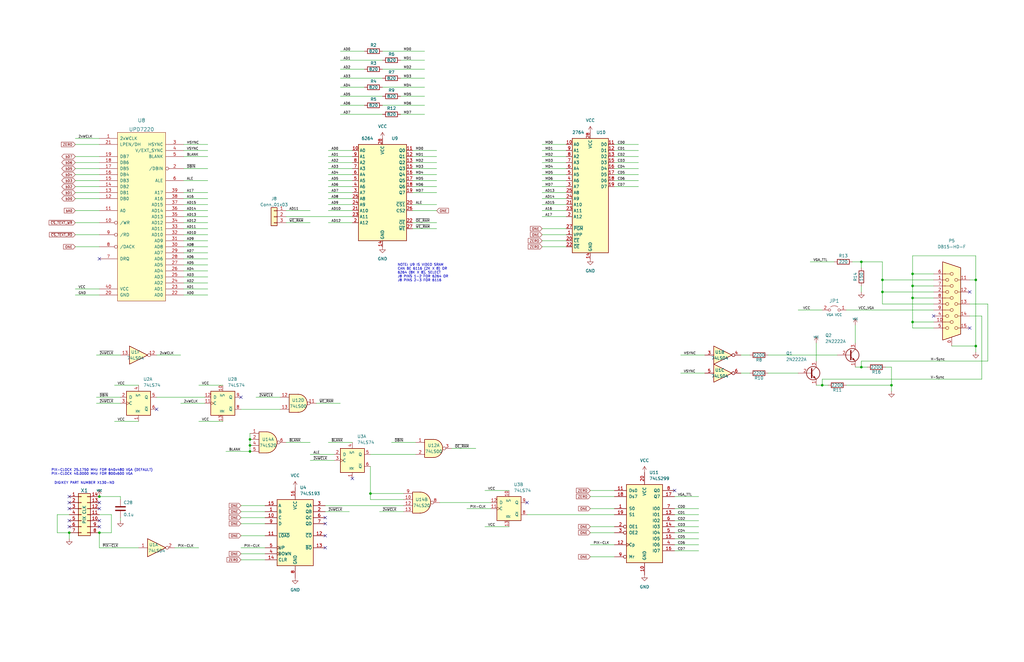
<source format=kicad_sch>
(kicad_sch (version 20211123) (generator eeschema)
  (paper "B")
  (junction (at 372.11 118.11))
  (junction (at 384.81 125.73))
  (junction (at 29.21 224.79))
  (junction (at 346.71 162.56))
  (junction (at 105.41 190.5))
  (junction (at 156.21 208.28))
  (junction (at 363.22 154.94))
  (junction (at 384.81 120.65))
  (junction (at 372.11 123.19))
  (junction (at 411.48 118.11))
  (junction (at 105.41 185.42))
  (junction (at 363.22 110.49))
  (junction (at 105.41 187.96))
  (junction (at 384.81 115.57))
  (junction (at 411.48 146.05))
  (junction (at 41.91 224.79))
  (junction (at 375.92 162.56))
  (junction (at 41.91 209.55))
  (junction (at 384.81 135.89))
  (no_connect (at 222.25 212.09))
  (no_connect (at 41.91 219.71))
  (no_connect (at 29.21 219.71))
  (no_connect (at 408.94 138.43))
  (no_connect (at 148.59 201.93))
  (no_connect (at 41.91 109.22))
  (no_connect (at 101.6 167.64))
  (no_connect (at 284.48 207.01))
  (no_connect (at 41.91 222.25))
  (no_connect (at 393.7 133.35))
  (no_connect (at 41.91 214.63))
  (no_connect (at 29.21 209.55))
  (no_connect (at 66.04 172.72))
  (no_connect (at 137.16 220.98))
  (no_connect (at 408.94 123.19))
  (no_connect (at 137.16 218.44))
  (no_connect (at 137.16 231.14))
  (no_connect (at 29.21 214.63))
  (no_connect (at 29.21 212.09))
  (no_connect (at 29.21 222.25))
  (no_connect (at 137.16 226.06))
  (no_connect (at 41.91 212.09))
  (wire (pts (xy 284.48 209.55) (xy 294.64 209.55)))
  (wire (pts (xy 111.76 236.22) (xy 101.6 236.22)))
  (wire (pts (xy 414.02 160.02) (xy 414.02 133.35)))
  (wire (pts (xy 356.87 162.56) (xy 375.92 162.56)))
  (wire (pts (xy 87.63 63.5) (xy 77.47 63.5)))
  (wire (pts (xy 179.07 48.26) (xy 168.91 48.26)))
  (wire (pts (xy 269.24 63.5) (xy 259.08 63.5)))
  (wire (pts (xy 41.91 217.17) (xy 46.99 217.17)))
  (wire (pts (xy 76.2 149.86) (xy 66.04 149.86)))
  (wire (pts (xy 148.59 93.98) (xy 138.43 93.98)))
  (wire (pts (xy 179.07 40.64) (xy 168.91 40.64)))
  (wire (pts (xy 87.63 86.36) (xy 77.47 86.36)))
  (wire (pts (xy 401.32 146.05) (xy 411.48 146.05)))
  (wire (pts (xy 372.11 128.27) (xy 372.11 123.19)))
  (wire (pts (xy 87.63 116.84) (xy 77.47 116.84)))
  (wire (pts (xy 259.08 234.95) (xy 248.92 234.95)))
  (wire (pts (xy 148.59 73.66) (xy 138.43 73.66)))
  (wire (pts (xy 148.59 83.82) (xy 138.43 83.82)))
  (wire (pts (xy 87.63 66.04) (xy 77.47 66.04)))
  (wire (pts (xy 41.91 60.96) (xy 31.75 60.96)))
  (wire (pts (xy 148.59 86.36) (xy 138.43 86.36)))
  (wire (pts (xy 46.99 217.17) (xy 46.99 224.79)))
  (wire (pts (xy 363.22 154.94) (xy 365.76 154.94)))
  (wire (pts (xy 259.08 224.79) (xy 248.92 224.79)))
  (wire (pts (xy 238.76 78.74) (xy 228.6 78.74)))
  (wire (pts (xy 41.91 121.92) (xy 31.75 121.92)))
  (wire (pts (xy 297.18 157.48) (xy 287.02 157.48)))
  (wire (pts (xy 269.24 66.04) (xy 259.08 66.04)))
  (wire (pts (xy 294.64 232.41) (xy 284.48 232.41)))
  (wire (pts (xy 170.18 215.9) (xy 160.02 215.9)))
  (wire (pts (xy 41.91 93.98) (xy 31.75 93.98)))
  (wire (pts (xy 50.8 218.44) (xy 50.8 219.71)))
  (wire (pts (xy 238.76 104.14) (xy 228.6 104.14)))
  (wire (pts (xy 238.76 76.2) (xy 228.6 76.2)))
  (wire (pts (xy 87.63 71.12) (xy 77.47 71.12)))
  (wire (pts (xy 238.76 86.36) (xy 228.6 86.36)))
  (wire (pts (xy 373.38 154.94) (xy 375.92 154.94)))
  (wire (pts (xy 156.21 208.28) (xy 156.21 210.82)))
  (wire (pts (xy 363.22 110.49) (xy 363.22 113.03)))
  (wire (pts (xy 50.8 170.18) (xy 40.64 170.18)))
  (wire (pts (xy 41.91 88.9) (xy 31.75 88.9)))
  (wire (pts (xy 41.91 224.79) (xy 41.91 231.14)))
  (wire (pts (xy 238.76 68.58) (xy 228.6 68.58)))
  (wire (pts (xy 41.91 124.46) (xy 31.75 124.46)))
  (wire (pts (xy 179.07 25.4) (xy 168.91 25.4)))
  (wire (pts (xy 87.63 99.06) (xy 77.47 99.06)))
  (wire (pts (xy 312.42 157.48) (xy 316.23 157.48)))
  (wire (pts (xy 184.15 76.2) (xy 173.99 76.2)))
  (wire (pts (xy 41.91 104.14) (xy 31.75 104.14)))
  (wire (pts (xy 148.59 68.58) (xy 138.43 68.58)))
  (wire (pts (xy 393.7 118.11) (xy 372.11 118.11)))
  (wire (pts (xy 73.66 231.14) (xy 83.82 231.14)))
  (wire (pts (xy 259.08 214.63) (xy 248.92 214.63)))
  (wire (pts (xy 29.21 217.17) (xy 24.13 217.17)))
  (wire (pts (xy 184.15 63.5) (xy 173.99 63.5)))
  (wire (pts (xy 161.29 36.83) (xy 179.07 36.83)))
  (wire (pts (xy 341.63 110.49) (xy 351.79 110.49)))
  (wire (pts (xy 297.18 149.86) (xy 287.02 149.86)))
  (wire (pts (xy 184.15 66.04) (xy 173.99 66.04)))
  (wire (pts (xy 384.81 115.57) (xy 384.81 120.65)))
  (wire (pts (xy 238.76 81.28) (xy 228.6 81.28)))
  (wire (pts (xy 41.91 58.42) (xy 31.75 58.42)))
  (wire (pts (xy 384.81 138.43) (xy 393.7 138.43)))
  (wire (pts (xy 87.63 60.96) (xy 77.47 60.96)))
  (wire (pts (xy 393.7 115.57) (xy 384.81 115.57)))
  (wire (pts (xy 87.63 76.2) (xy 77.47 76.2)))
  (wire (pts (xy 143.51 25.4) (xy 161.29 25.4)))
  (wire (pts (xy 46.99 224.79) (xy 41.91 224.79)))
  (wire (pts (xy 184.15 81.28) (xy 173.99 81.28)))
  (wire (pts (xy 143.51 40.64) (xy 161.29 40.64)))
  (wire (pts (xy 86.36 170.18) (xy 76.2 170.18)))
  (wire (pts (xy 372.11 118.11) (xy 372.11 110.49)))
  (wire (pts (xy 185.42 212.09) (xy 207.01 212.09)))
  (wire (pts (xy 148.59 76.2) (xy 138.43 76.2)))
  (wire (pts (xy 111.76 233.68) (xy 101.6 233.68)))
  (wire (pts (xy 156.21 208.28) (xy 170.18 208.28)))
  (wire (pts (xy 133.35 170.18) (xy 143.51 170.18)))
  (wire (pts (xy 184.15 68.58) (xy 173.99 68.58)))
  (wire (pts (xy 238.76 71.12) (xy 228.6 71.12)))
  (wire (pts (xy 336.55 130.81) (xy 346.71 130.81)))
  (wire (pts (xy 238.76 73.66) (xy 228.6 73.66)))
  (wire (pts (xy 50.8 167.64) (xy 40.64 167.64)))
  (wire (pts (xy 87.63 81.28) (xy 77.47 81.28)))
  (wire (pts (xy 87.63 106.68) (xy 77.47 106.68)))
  (wire (pts (xy 269.24 76.2) (xy 259.08 76.2)))
  (wire (pts (xy 259.08 222.25) (xy 248.92 222.25)))
  (wire (pts (xy 41.91 99.06) (xy 31.75 99.06)))
  (wire (pts (xy 384.81 107.95) (xy 384.81 115.57)))
  (wire (pts (xy 408.94 118.11) (xy 411.48 118.11)))
  (wire (pts (xy 214.63 207.01) (xy 204.47 207.01)))
  (wire (pts (xy 143.51 48.26) (xy 161.29 48.26)))
  (wire (pts (xy 41.91 66.04) (xy 31.75 66.04)))
  (wire (pts (xy 360.68 137.16) (xy 360.68 144.78)))
  (wire (pts (xy 294.64 214.63) (xy 284.48 214.63)))
  (wire (pts (xy 24.13 217.17) (xy 24.13 224.79)))
  (wire (pts (xy 143.51 33.02) (xy 161.29 33.02)))
  (wire (pts (xy 190.5 189.23) (xy 200.66 189.23)))
  (wire (pts (xy 105.41 185.42) (xy 105.41 187.96)))
  (wire (pts (xy 156.21 210.82) (xy 170.18 210.82)))
  (wire (pts (xy 105.41 190.5) (xy 95.25 190.5)))
  (wire (pts (xy 384.81 120.65) (xy 384.81 125.73)))
  (wire (pts (xy 384.81 125.73) (xy 393.7 125.73)))
  (wire (pts (xy 184.15 86.36) (xy 173.99 86.36)))
  (wire (pts (xy 87.63 121.92) (xy 77.47 121.92)))
  (wire (pts (xy 414.02 133.35) (xy 408.94 133.35)))
  (wire (pts (xy 41.91 76.2) (xy 31.75 76.2)))
  (wire (pts (xy 101.6 231.14) (xy 111.76 231.14)))
  (wire (pts (xy 393.7 128.27) (xy 372.11 128.27)))
  (wire (pts (xy 87.63 104.14) (xy 77.47 104.14)))
  (wire (pts (xy 363.22 120.65) (xy 363.22 123.19)))
  (wire (pts (xy 24.13 224.79) (xy 29.21 224.79)))
  (wire (pts (xy 130.81 186.69) (xy 120.65 186.69)))
  (wire (pts (xy 153.67 29.21) (xy 143.51 29.21)))
  (wire (pts (xy 294.64 224.79) (xy 284.48 224.79)))
  (wire (pts (xy 41.91 81.28) (xy 31.75 81.28)))
  (wire (pts (xy 161.29 44.45) (xy 179.07 44.45)))
  (wire (pts (xy 323.85 157.48) (xy 336.55 157.48)))
  (wire (pts (xy 393.7 123.19) (xy 372.11 123.19)))
  (wire (pts (xy 93.98 162.56) (xy 83.82 162.56)))
  (wire (pts (xy 269.24 60.96) (xy 259.08 60.96)))
  (wire (pts (xy 130.81 88.9) (xy 120.65 88.9)))
  (wire (pts (xy 148.59 78.74) (xy 138.43 78.74)))
  (wire (pts (xy 156.21 191.77) (xy 175.26 191.77)))
  (wire (pts (xy 87.63 111.76) (xy 77.47 111.76)))
  (wire (pts (xy 87.63 93.98) (xy 77.47 93.98)))
  (wire (pts (xy 148.59 186.69) (xy 138.43 186.69)))
  (wire (pts (xy 312.42 149.86) (xy 316.23 149.86)))
  (wire (pts (xy 50.8 149.86) (xy 40.64 149.86)))
  (wire (pts (xy 184.15 78.74) (xy 173.99 78.74)))
  (wire (pts (xy 41.91 78.74) (xy 31.75 78.74)))
  (wire (pts (xy 294.64 219.71) (xy 284.48 219.71)))
  (wire (pts (xy 248.92 229.87) (xy 259.08 229.87)))
  (wire (pts (xy 156.21 196.85) (xy 156.21 208.28)))
  (wire (pts (xy 66.04 167.64) (xy 86.36 167.64)))
  (wire (pts (xy 148.59 66.04) (xy 138.43 66.04)))
  (wire (pts (xy 269.24 71.12) (xy 259.08 71.12)))
  (wire (pts (xy 363.22 110.49) (xy 372.11 110.49)))
  (wire (pts (xy 179.07 33.02) (xy 168.91 33.02)))
  (wire (pts (xy 87.63 88.9) (xy 77.47 88.9)))
  (wire (pts (xy 411.48 146.05) (xy 411.48 148.59)))
  (wire (pts (xy 363.22 154.94) (xy 360.68 154.94)))
  (wire (pts (xy 375.92 162.56) (xy 375.92 154.94)))
  (wire (pts (xy 238.76 101.6) (xy 228.6 101.6)))
  (wire (pts (xy 50.8 209.55) (xy 50.8 210.82)))
  (wire (pts (xy 346.71 162.56) (xy 349.25 162.56)))
  (wire (pts (xy 175.26 186.69) (xy 165.1 186.69)))
  (wire (pts (xy 184.15 73.66) (xy 173.99 73.66)))
  (wire (pts (xy 140.97 191.77) (xy 130.81 191.77)))
  (wire (pts (xy 118.11 167.64) (xy 107.95 167.64)))
  (wire (pts (xy 384.81 125.73) (xy 384.81 135.89)))
  (wire (pts (xy 58.42 177.8) (xy 48.26 177.8)))
  (wire (pts (xy 384.81 135.89) (xy 384.81 138.43)))
  (wire (pts (xy 411.48 118.11) (xy 411.48 146.05)))
  (wire (pts (xy 137.16 213.36) (xy 170.18 213.36)))
  (wire (pts (xy 147.32 215.9) (xy 137.16 215.9)))
  (wire (pts (xy 87.63 109.22) (xy 77.47 109.22)))
  (wire (pts (xy 111.76 220.98) (xy 101.6 220.98)))
  (wire (pts (xy 375.92 165.1) (xy 375.92 162.56)))
  (wire (pts (xy 41.91 83.82) (xy 31.75 83.82)))
  (wire (pts (xy 214.63 222.25) (xy 204.47 222.25)))
  (wire (pts (xy 87.63 114.3) (xy 77.47 114.3)))
  (wire (pts (xy 411.48 107.95) (xy 411.48 118.11)))
  (wire (pts (xy 344.17 144.78) (xy 344.17 152.4)))
  (wire (pts (xy 87.63 96.52) (xy 77.47 96.52)))
  (wire (pts (xy 87.63 124.46) (xy 77.47 124.46)))
  (wire (pts (xy 111.76 218.44) (xy 101.6 218.44)))
  (wire (pts (xy 384.81 120.65) (xy 393.7 120.65)))
  (wire (pts (xy 344.17 162.56) (xy 346.71 162.56)))
  (wire (pts (xy 411.48 107.95) (xy 384.81 107.95)))
  (wire (pts (xy 416.56 128.27) (xy 416.56 152.4)))
  (wire (pts (xy 269.24 68.58) (xy 259.08 68.58)))
  (wire (pts (xy 384.81 135.89) (xy 393.7 135.89)))
  (wire (pts (xy 50.8 209.55) (xy 41.91 209.55)))
  (wire (pts (xy 238.76 60.96) (xy 228.6 60.96)))
  (wire (pts (xy 238.76 88.9) (xy 228.6 88.9)))
  (wire (pts (xy 323.85 149.86) (xy 353.06 149.86)))
  (wire (pts (xy 356.87 130.81) (xy 393.7 130.81)))
  (wire (pts (xy 346.71 160.02) (xy 414.02 160.02)))
  (wire (pts (xy 359.41 110.49) (xy 363.22 110.49)))
  (wire (pts (xy 238.76 66.04) (xy 228.6 66.04)))
  (wire (pts (xy 238.76 99.06) (xy 228.6 99.06)))
  (wire (pts (xy 259.08 209.55) (xy 248.92 209.55)))
  (wire (pts (xy 87.63 91.44) (xy 77.47 91.44)))
  (wire (pts (xy 161.29 21.59) (xy 179.07 21.59)))
  (wire (pts (xy 238.76 91.44) (xy 228.6 91.44)))
  (wire (pts (xy 87.63 101.6) (xy 77.47 101.6)))
  (wire (pts (xy 41.91 73.66) (xy 31.75 73.66)))
  (wire (pts (xy 148.59 63.5) (xy 138.43 63.5)))
  (wire (pts (xy 101.6 172.72) (xy 118.11 172.72)))
  (wire (pts (xy 372.11 123.19) (xy 372.11 118.11)))
  (wire (pts (xy 346.71 162.56) (xy 346.71 160.02)))
  (wire (pts (xy 148.59 81.28) (xy 138.43 81.28)))
  (wire (pts (xy 294.64 217.17) (xy 284.48 217.17)))
  (wire (pts (xy 238.76 83.82) (xy 228.6 83.82)))
  (wire (pts (xy 153.67 44.45) (xy 143.51 44.45)))
  (wire (pts (xy 238.76 96.52) (xy 228.6 96.52)))
  (wire (pts (xy 294.64 222.25) (xy 284.48 222.25)))
  (wire (pts (xy 173.99 88.9) (xy 184.15 88.9)))
  (wire (pts (xy 41.91 71.12) (xy 31.75 71.12)))
  (wire (pts (xy 41.91 68.58) (xy 31.75 68.58)))
  (wire (pts (xy 408.94 128.27) (xy 416.56 128.27)))
  (wire (pts (xy 259.08 207.01) (xy 248.92 207.01)))
  (wire (pts (xy 269.24 78.74) (xy 259.08 78.74)))
  (wire (pts (xy 363.22 152.4) (xy 363.22 154.94)))
  (wire (pts (xy 173.99 93.98) (xy 184.15 93.98)))
  (wire (pts (xy 173.99 96.52) (xy 184.15 96.52)))
  (wire (pts (xy 269.24 73.66) (xy 259.08 73.66)))
  (wire (pts (xy 120.65 93.98) (xy 130.81 93.98)))
  (wire (pts (xy 87.63 119.38) (xy 77.47 119.38)))
  (wire (pts (xy 41.91 231.14) (xy 58.42 231.14)))
  (wire (pts (xy 140.97 194.31) (xy 130.81 194.31)))
  (wire (pts (xy 105.41 182.88) (xy 105.41 185.42)))
  (wire (pts (xy 222.25 217.17) (xy 259.08 217.17)))
  (wire (pts (xy 294.64 227.33) (xy 284.48 227.33)))
  (wire (pts (xy 29.21 227.33) (xy 29.21 224.79)))
  (wire (pts (xy 153.67 21.59) (xy 143.51 21.59)))
  (wire (pts (xy 58.42 162.56) (xy 48.26 162.56)))
  (wire (pts (xy 153.67 36.83) (xy 143.51 36.83)))
  (wire (pts (xy 111.76 213.36) (xy 101.6 213.36)))
  (wire (pts (xy 196.85 214.63) (xy 207.01 214.63)))
  (wire (pts (xy 294.64 229.87) (xy 284.48 229.87)))
  (wire (pts (xy 148.59 71.12) (xy 138.43 71.12)))
  (wire (pts (xy 111.76 226.06) (xy 101.6 226.06)))
  (wire (pts (xy 416.56 152.4) (xy 363.22 152.4)))
  (wire (pts (xy 238.76 63.5) (xy 228.6 63.5)))
  (wire (pts (xy 161.29 29.21) (xy 179.07 29.21)))
  (wire (pts (xy 184.15 71.12) (xy 173.99 71.12)))
  (wire (pts (xy 87.63 83.82) (xy 77.47 83.82)))
  (wire (pts (xy 93.98 177.8) (xy 83.82 177.8)))
  (wire (pts (xy 105.41 187.96) (xy 105.41 190.5)))
  (wire (pts (xy 148.59 88.9) (xy 138.43 88.9)))
  (wire (pts (xy 111.76 215.9) (xy 101.6 215.9)))
  (wire (pts (xy 120.65 91.44) (xy 148.59 91.44)))
  (text "DIGIKEY PART NUMBER X130-ND" (at 22.86 204.47 0) (effects (font (size 1.016 1.016)) (justify left bottom)))
  (text "PIX-CLOCK 25.1750 MHz FOR 640x480 VGA (DEFAULT)\nPIX-CLOCK 40.0000 MHz FOR 800x600 VGA" (at 21.59 200.66 0) (effects (font (size 1.016 1.016)) (justify left bottom)))
  (text "NOTE: U9 IS VIDEO SRAM\nCAN BE 6116 (2K X 8) OR\n6264 (8K X 8). SELECT\nJ8 PINS 1-2 FOR 6264 OR\nJ8 PINS 2-3 FOR 6116\n " (at 167.64 120.65 0) (effects (font (size 1.016 1.016)) (justify left bottom)))
  (label "ALE" (at 132.08 191.77 0) (effects (font (size 1.016 1.016))))
  (label "PIX-CLK" (at 102.87 231.14 0) (effects (font (size 1.016 1.016))))
  (label "MD5" (at 170.18 40.64 0) (effects (font (size 1.016 1.016))))
  (label "~{WE_RAM}" (at 175.26 96.52 0) (effects (font (size 1.016 1.016))))
  (label "AD5" (at 144.78 40.64 0) (effects (font (size 1.016 1.016))))
  (label "CD1" (at 285.75 217.17 0) (effects (font (size 1.016 1.016))))
  (label "AD1" (at 78.74 121.92 0) (effects (font (size 1.016 1.016))))
  (label "AD4" (at 139.7 73.66 0) (effects (font (size 1.016 1.016))))
  (label "MD4" (at 229.87 71.12 0) (effects (font (size 1.016 1.016))))
  (label "2xWCLK" (at 67.31 149.86 0) (effects (font (size 1.016 1.016))))
  (label "AD0" (at 78.74 124.46 0) (effects (font (size 1.016 1.016))))
  (label "VCC" (at 49.53 177.8 0) (effects (font (size 1.016 1.016))))
  (label "AD11" (at 121.92 88.9 0) (effects (font (size 1.016 1.016))))
  (label "AD5" (at 139.7 76.2 0) (effects (font (size 1.016 1.016))))
  (label "AD11" (at 78.74 96.52 0) (effects (font (size 1.016 1.016))))
  (label "CD2" (at 285.75 219.71 0) (effects (font (size 1.016 1.016))))
  (label "AD10" (at 139.7 88.9 0) (effects (font (size 1.016 1.016))))
  (label "AD8" (at 78.74 104.14 0) (effects (font (size 1.016 1.016))))
  (label "AD4" (at 78.74 114.3 0) (effects (font (size 1.016 1.016))))
  (label "A16" (at 78.74 83.82 0) (effects (font (size 1.016 1.016))))
  (label "VCC" (at 85.09 177.8 0) (effects (font (size 1.016 1.016))))
  (label "MD3" (at 229.87 68.58 0) (effects (font (size 1.016 1.016))))
  (label "CD5" (at 260.35 73.66 0) (effects (font (size 1.016 1.016))))
  (label "~{2xWCLK}" (at 138.43 215.9 0) (effects (font (size 1.016 1.016))))
  (label "~{DBIN}" (at 78.74 71.12 0) (effects (font (size 1.016 1.016))))
  (label "MD0" (at 170.18 21.59 0) (effects (font (size 1.016 1.016))))
  (label "A16" (at 229.87 88.9 0) (effects (font (size 1.016 1.016))))
  (label "V-Sync" (at 392.43 160.02 0) (effects (font (size 1.016 1.016))))
  (label "MD7" (at 170.18 48.26 0) (effects (font (size 1.016 1.016))))
  (label "AD12" (at 78.74 93.98 0) (effects (font (size 1.016 1.016))))
  (label "ALE" (at 78.74 76.2 0) (effects (font (size 1.016 1.016))))
  (label "AD14" (at 229.87 83.82 0) (effects (font (size 1.016 1.016))))
  (label "VCC" (at 33.02 121.92 0) (effects (font (size 1.016 1.016))))
  (label "AD13" (at 78.74 91.44 0) (effects (font (size 1.016 1.016))))
  (label "CD4" (at 285.75 224.79 0) (effects (font (size 1.016 1.016))))
  (label "AD9" (at 78.74 101.6 0) (effects (font (size 1.016 1.016))))
  (label "AD15" (at 229.87 86.36 0) (effects (font (size 1.016 1.016))))
  (label "MD1" (at 175.26 66.04 0) (effects (font (size 1.016 1.016))))
  (label "MD2" (at 170.18 29.21 0) (effects (font (size 1.016 1.016))))
  (label "CD0" (at 260.35 60.96 0) (effects (font (size 1.016 1.016))))
  (label "MD1" (at 229.87 63.5 0) (effects (font (size 1.016 1.016))))
  (label "2xWCLK" (at 77.47 170.18 0) (effects (font (size 1.016 1.016))))
  (label "~{2xWCLK}" (at 161.29 215.9 0) (effects (font (size 1.016 1.016))))
  (label "CD5" (at 285.75 227.33 0) (effects (font (size 1.016 1.016))))
  (label "AD0" (at 139.7 63.5 0) (effects (font (size 1.016 1.016))))
  (label "A17" (at 229.87 91.44 0) (effects (font (size 1.016 1.016))))
  (label "MD5" (at 229.87 73.66 0) (effects (font (size 1.016 1.016))))
  (label "CD3" (at 260.35 68.58 0) (effects (font (size 1.016 1.016))))
  (label "AD2" (at 144.78 29.21 0) (effects (font (size 1.016 1.016))))
  (label "MD7" (at 175.26 81.28 0) (effects (font (size 1.016 1.016))))
  (label "AD14" (at 78.74 88.9 0) (effects (font (size 1.016 1.016))))
  (label "MD4" (at 175.26 73.66 0) (effects (font (size 1.016 1.016))))
  (label "VCC" (at 338.582 130.81 0) (effects (font (size 1.016 1.016))))
  (label "~{WE_RAM}" (at 121.92 93.98 0) (effects (font (size 1.016 1.016))))
  (label "AD0" (at 144.78 21.59 0) (effects (font (size 1.016 1.016))))
  (label "PIX-CLK" (at 250.19 229.87 0) (effects (font (size 1.016 1.016))))
  (label "CD2" (at 260.35 66.04 0) (effects (font (size 1.016 1.016))))
  (label "~{OE_RAM}" (at 191.77 189.23 0) (effects (font (size 1.016 1.016))))
  (label "~{DBIN}" (at 41.91 167.64 0) (effects (font (size 1.016 1.016))))
  (label "MD0" (at 175.26 63.5 0) (effects (font (size 1.016 1.016))))
  (label "AD3" (at 139.7 71.12 0) (effects (font (size 1.016 1.016))))
  (label "~{2xWCLK}" (at 41.91 149.86 0) (effects (font (size 1.016 1.016))))
  (label "AD7" (at 78.74 106.68 0) (effects (font (size 1.016 1.016))))
  (label "VSYNC" (at 288.29 157.48 0) (effects (font (size 1.016 1.016))))
  (label "A17" (at 78.74 81.28 0) (effects (font (size 1.016 1.016))))
  (label "MD4" (at 170.18 36.83 0) (effects (font (size 1.016 1.016))))
  (label "CD3" (at 285.75 222.25 0) (effects (font (size 1.016 1.016))))
  (label "MD2" (at 229.87 66.04 0) (effects (font (size 1.016 1.016))))
  (label "~{PIX-CLK}" (at 43.18 231.14 0) (effects (font (size 1.016 1.016))))
  (label "BLANK" (at 96.52 190.5 0) (effects (font (size 1.016 1.016))))
  (label "CD6" (at 285.75 229.87 0) (effects (font (size 1.016 1.016))))
  (label "~{OE_RAM}" (at 175.26 93.98 0) (effects (font (size 1.016 1.016))))
  (label "AD6" (at 78.74 109.22 0) (effects (font (size 1.016 1.016))))
  (label "AD6" (at 144.78 44.45 0) (effects (font (size 1.016 1.016))))
  (label "ALE" (at 175.26 86.36 0) (effects (font (size 1.016 1.016))))
  (label "AD6" (at 139.7 78.74 0) (effects (font (size 1.016 1.016))))
  (label "AD4" (at 144.78 36.83 0) (effects (font (size 1.016 1.016))))
  (label "AD1" (at 139.7 66.04 0) (effects (font (size 1.016 1.016))))
  (label "AD15" (at 78.74 86.36 0) (effects (font (size 1.016 1.016))))
  (label "~{DBIN}" (at 166.37 186.69 0) (effects (font (size 1.016 1.016))))
  (label "MD0" (at 229.87 60.96 0) (effects (font (size 1.016 1.016))))
  (label "PIX-CLK" (at 74.93 231.14 0) (effects (font (size 1.016 1.016))))
  (label "MD5" (at 175.26 76.2 0) (effects (font (size 1.016 1.016))))
  (label "VSYNC" (at 78.74 63.5 0) (effects (font (size 1.016 1.016))))
  (label "VCC" (at 205.74 207.01 0) (effects (font (size 1.016 1.016))))
  (label "~{2xWCLK}" (at 109.22 167.64 0) (effects (font (size 1.016 1.016))))
  (label "AD12" (at 139.7 93.98 0) (effects (font (size 1.016 1.016))))
  (label "~{BLANK}" (at 121.92 186.69 0) (effects (font (size 1.016 1.016))))
  (label "AD1" (at 144.78 25.4 0) (effects (font (size 1.016 1.016))))
  (label "VGA_TTL" (at 285.75 209.55 0) (effects (font (size 1.016 1.016))))
  (label "AD8" (at 139.7 83.82 0) (effects (font (size 1.016 1.016))))
  (label "~{WE_RAM}" (at 134.62 170.18 0) (effects (font (size 1.016 1.016))))
  (label "AD9" (at 139.7 86.36 0) (effects (font (size 1.016 1.016))))
  (label "MD2" (at 175.26 68.58 0) (effects (font (size 1.016 1.016))))
  (label "AD3" (at 144.78 33.02 0) (effects (font (size 1.016 1.016))))
  (label "HSYNC" (at 78.74 60.96 0) (effects (font (size 1.016 1.016))))
  (label "GND" (at 33.02 124.46 0) (effects (font (size 1.016 1.016))))
  (label "AD5" (at 78.74 111.76 0) (effects (font (size 1.016 1.016))))
  (label "CD6" (at 260.35 76.2 0) (effects (font (size 1.016 1.016))))
  (label "VCC_VGA" (at 361.95 130.81 0) (effects (font (size 1.016 1.016))))
  (label "MD6" (at 170.18 44.45 0) (effects (font (size 1.016 1.016))))
  (label "VGA_TTL" (at 342.9 110.49 0) (effects (font (size 1.016 1.016))))
  (label "AD7" (at 139.7 81.28 0) (effects (font (size 1.016 1.016))))
  (label "CD7" (at 285.75 232.41 0) (effects (font (size 1.016 1.016))))
  (label "BLANK" (at 78.74 66.04 0) (effects (font (size 1.016 1.016))))
  (label "AD10" (at 78.74 99.06 0) (effects (font (size 1.016 1.016))))
  (label "~{BLANK}" (at 139.7 186.69 0) (effects (font (size 1.016 1.016))))
  (label "MD6" (at 175.26 78.74 0) (effects (font (size 1.016 1.016))))
  (label "CD4" (at 260.35 71.12 0) (effects (font (size 1.016 1.016))))
  (label "MD1" (at 170.18 25.4 0) (effects (font (size 1.016 1.016))))
  (label "CD7" (at 260.35 78.74 0) (effects (font (size 1.016 1.016))))
  (label "MD3" (at 170.18 33.02 0) (effects (font (size 1.016 1.016))))
  (label "AD13" (at 229.87 81.28 0) (effects (font (size 1.016 1.016))))
  (label "HSYNC" (at 288.29 149.86 0) (effects (font (size 1.016 1.016))))
  (label "CD0" (at 285.75 214.63 0) (effects (font (size 1.016 1.016))))
  (label "~{2xWCLK}" (at 41.91 170.18 0) (effects (font (size 1.016 1.016))))
  (label "AD7" (at 144.78 48.26 0) (effects (font (size 1.016 1.016))))
  (label "AD2" (at 78.74 119.38 0) (effects (font (size 1.016 1.016))))
  (label "CD1" (at 260.35 63.5 0) (effects (font (size 1.016 1.016))))
  (label "MD7" (at 229.87 78.74 0) (effects (font (size 1.016 1.016))))
  (label "2xWCLK" (at 33.02 58.42 0) (effects (font (size 1.016 1.016))))
  (label "~{2xWCLK}" (at 132.08 194.31 0) (effects (font (size 1.016 1.016))))
  (label "PIX-CLK" (at 198.12 214.63 0) (effects (font (size 1.016 1.016))))
  (label "VCC" (at 85.09 162.56 0) (effects (font (size 1.016 1.016))))
  (label "VCC" (at 49.53 162.56 0) (effects (font (size 1.016 1.016))))
  (label "AD3" (at 78.74 116.84 0) (effects (font (size 1.016 1.016))))
  (label "MD6" (at 229.87 76.2 0) (effects (font (size 1.016 1.016))))
  (label "MD3" (at 175.26 71.12 0) (effects (font (size 1.016 1.016))))
  (label "AD2" (at 139.7 68.58 0) (effects (font (size 1.016 1.016))))
  (label "VCC" (at 205.74 222.25 0) (effects (font (size 1.016 1.016))))
  (label "H-Sync" (at 392.43 152.4 0) (effects (font (size 1.016 1.016))))
  (global_label "ONE" (shape input) (at 228.6 99.06 180) (effects (font (size 1.016 1.016))) (property "Intersheet References" "${INTERSHEET_REFS}" (effects hide)))
  (global_label "ONE" (shape input) (at 31.75 104.14 180) (effects (font (size 1.016 1.016))) (property "Intersheet References" "${INTERSHEET_REFS}" (effects hide)))
  (global_label "ZERO" (shape input) (at 228.6 101.6 180) (effects (font (size 1.016 1.016))) (property "Intersheet References" "${INTERSHEET_REFS}" (effects hide)))
  (global_label "ONE" (shape input) (at 248.92 224.79 180) (effects (font (size 1.016 1.016))) (property "Intersheet References" "${INTERSHEET_REFS}" (effects hide)))
  (global_label "ONE" (shape input) (at 101.6 218.44 180) (effects (font (size 1.016 1.016))) (property "Intersheet References" "${INTERSHEET_REFS}" (effects hide)))
  (global_label "ZERO" (shape input) (at 248.92 209.55 180) (effects (font (size 1.016 1.016))) (property "Intersheet References" "${INTERSHEET_REFS}" (effects hide)))
  (global_label "ONE" (shape input) (at 101.6 226.06 180) (effects (font (size 1.016 1.016))) (property "Intersheet References" "${INTERSHEET_REFS}" (effects hide)))
  (global_label "~{CS_TEXT_RD}" (shape input) (at 31.75 99.06 180) (effects (font (size 1.016 1.016))) (property "Intersheet References" "${INTERSHEET_REFS}" (effects hide)))
  (global_label "bD4" (shape bidirectional) (at 31.75 73.66 180) (effects (font (size 1.016 1.016))) (property "Intersheet References" "${INTERSHEET_REFS}" (effects hide)))
  (global_label "ZERO" (shape input) (at 101.6 236.22 180) (effects (font (size 1.016 1.016))) (property "Intersheet References" "${INTERSHEET_REFS}" (effects hide)))
  (global_label "ONE" (shape input) (at 248.92 214.63 180) (effects (font (size 1.016 1.016))) (property "Intersheet References" "${INTERSHEET_REFS}" (effects hide)))
  (global_label "ONE" (shape input) (at 101.6 213.36 180) (effects (font (size 1.016 1.016))) (property "Intersheet References" "${INTERSHEET_REFS}" (effects hide)))
  (global_label "bD5" (shape bidirectional) (at 31.75 71.12 180) (effects (font (size 1.016 1.016))) (property "Intersheet References" "${INTERSHEET_REFS}" (effects hide)))
  (global_label "ONE" (shape input) (at 101.6 220.98 180) (effects (font (size 1.016 1.016))) (property "Intersheet References" "${INTERSHEET_REFS}" (effects hide)))
  (global_label "bD0" (shape bidirectional) (at 31.75 83.82 180) (effects (font (size 1.016 1.016))) (property "Intersheet References" "${INTERSHEET_REFS}" (effects hide)))
  (global_label "ZERO" (shape input) (at 31.75 60.96 180) (effects (font (size 1.016 1.016))) (property "Intersheet References" "${INTERSHEET_REFS}" (effects hide)))
  (global_label "bD2" (shape bidirectional) (at 31.75 78.74 180) (effects (font (size 1.016 1.016))) (property "Intersheet References" "${INTERSHEET_REFS}" (effects hide)))
  (global_label "ZERO" (shape input) (at 228.6 104.14 180) (effects (font (size 1.016 1.016))) (property "Intersheet References" "${INTERSHEET_REFS}" (effects hide)))
  (global_label "ONE" (shape input) (at 101.6 215.9 180) (effects (font (size 1.016 1.016))) (property "Intersheet References" "${INTERSHEET_REFS}" (effects hide)))
  (global_label "ONE" (shape input) (at 248.92 222.25 180) (effects (font (size 1.016 1.016))) (property "Intersheet References" "${INTERSHEET_REFS}" (effects hide)))
  (global_label "ONE" (shape input) (at 184.15 88.9 0) (effects (font (size 1.016 1.016))) (property "Intersheet References" "${INTERSHEET_REFS}" (effects hide)))
  (global_label "ONE" (shape input) (at 248.92 234.95 180) (effects (font (size 1.016 1.016))) (property "Intersheet References" "${INTERSHEET_REFS}" (effects hide)))
  (global_label "bA0" (shape input) (at 31.75 88.9 180) (effects (font (size 1.016 1.016))) (property "Intersheet References" "${INTERSHEET_REFS}" (effects hide)))
  (global_label "bD7" (shape bidirectional) (at 31.75 66.04 180) (effects (font (size 1.016 1.016))) (property "Intersheet References" "${INTERSHEET_REFS}" (effects hide)))
  (global_label "ZERO" (shape input) (at 248.92 207.01 180) (effects (font (size 1.016 1.016))) (property "Intersheet References" "${INTERSHEET_REFS}" (effects hide)))
  (global_label "ONE" (shape input) (at 228.6 96.52 180) (effects (font (size 1.016 1.016))) (property "Intersheet References" "${INTERSHEET_REFS}" (effects hide)))
  (global_label "bD1" (shape bidirectional) (at 31.75 81.28 180) (effects (font (size 1.016 1.016))) (property "Intersheet References" "${INTERSHEET_REFS}" (effects hide)))
  (global_label "bD6" (shape bidirectional) (at 31.75 68.58 180) (effects (font (size 1.016 1.016))) (property "Intersheet References" "${INTERSHEET_REFS}" (effects hide)))
  (global_label "~{CS_TEXT_WR}" (shape input) (at 31.75 93.98 180) (effects (font (size 1.016 1.016))) (property "Intersheet References" "${INTERSHEET_REFS}" (effects hide)))
  (global_label "ONE" (shape input) (at 101.6 233.68 180) (effects (font (size 1.016 1.016))) (property "Intersheet References" "${INTERSHEET_REFS}" (effects hide)))
  (global_label "bD3" (shape bidirectional) (at 31.75 76.2 180) (effects (font (size 1.016 1.016))) (property "Intersheet References" "${INTERSHEET_REFS}" (effects hide)))
  (symbol (lib_id "Device:R") (at 363.22 116.84 180) (unit 1)
    (property "Reference" "R14" (at 360.68 116.84 90))
    (property "Value" "150" (at 363.22 116.84 90))
    (property "Footprint" "Resistor_THT:R_Axial_DIN0207_L6.3mm_D2.5mm_P7.62mm_Horizontal" (effects hide))
  )
  (symbol (lib_id "Connector_Generic:Conn_02x07_Counter_Clockwise") (at 34.29 217.17 0) (unit 1)
    (property "Reference" "X1" (at 35.56 207.01 0) (effects (font (size 1.524 1.524))))
    (property "Value" "PIX CLK" (at 35.56 217.17 90))
    (property "Footprint" "Package_DIP:DIP-14_W7.62mm" (effects hide))
  )
  (symbol (lib_id "74xx:74LS74") (at 58.42 170.18 0) (unit 1)
    (property "Reference" "U2" (at 60.4394 160.02 0) (effects (justify left)))
    (property "Value" "74LS74" (at 60.4394 162.56 0) (effects (justify left)))
    (property "Footprint" "Package_DIP:DIP-14_W7.62mm" (effects hide))
    (property "Datasheet" "74xx/74hc_hct74.pdf" (effects hide))
  )
  (symbol (lib_id "74xx:74LS299") (at 271.78 219.71 0) (unit 1)
    (property "Reference" "U11" (at 273.7994 199.39 0) (effects (justify left)))
    (property "Value" "74LS299" (at 273.7994 201.93 0) (effects (justify left)))
    (property "Footprint" "Package_DIP:DIP-20_W7.62mm" (effects hide))
    (property "Datasheet" "http://www.ti.com/lit/gpn/sn74LS299" (effects hide))
  )
  (symbol (lib_id "power:GND") (at 271.78 242.57 0) (unit 1)
    (property "Reference" "#PWR022" (effects hide))
    (property "Value" "GND" (at 271.78 247.65 0))
  )
  (symbol (lib_id "Memory_EPROM:2764") (at 248.92 81.28 0) (unit 1)
    (property "Reference" "U10" (at 251.46 55.88 0) (effects (justify left)))
    (property "Value" "2764" (at 241.3 55.88 0) (effects (justify left)))
    (property "Footprint" "Package_DIP:DIP-28_W15.24mm" (effects hide))
    (property "Datasheet" "https://downloads.reactivemicro.com/Electronics/ROM/2764%20EPROM.pdf" (effects hide))
  )
  (symbol (lib_id "Device:Q_NPN_EBC") (at 358.14 149.86 0) (unit 1)
    (property "Reference" "Q2" (at 347.98 142.24 0) (effects (justify left bottom)))
    (property "Value" "2N2222A" (at 347.98 144.78 0) (effects (justify left bottom)))
    (property "Footprint" "Package_TO_SOT_THT:TO-92L_Inline" (effects hide))
  )
  (symbol (lib_id "Jumper:Jumper_2_Open") (at 351.79 130.81 0) (mirror y) (unit 1)
    (property "Reference" "JP1" (at 351.79 127 0) (effects (font (size 1.524 1.524))))
    (property "Value" "VGA VCC" (at 351.79 132.842 0) (effects (font (size 1.016 1.016))))
    (property "Footprint" "Connector_PinHeader_2.54mm:PinHeader_1x02_P2.54mm_Vertical" (effects hide))
  )
  (symbol (lib_id "power:VCC") (at 344.17 144.78 0) (unit 1)
    (property "Reference" "#PWR017" (effects hide))
    (property "Value" "VCC" (at 344.17 142.24 0) (effects (font (size 0.762 0.762))))
  )
  (symbol (lib_id "74xx:74LS20") (at 177.8 212.09 0) (unit 2)
    (property "Reference" "U14" (at 177.8 210.82 0))
    (property "Value" "74LS20" (at 177.8 213.36 0))
    (property "Footprint" "Package_DIP:DIP-12_W7.62mm" (effects hide))
    (property "Datasheet" "http://www.ti.com/lit/gpn/sn74LS20" (effects hide))
  )
  (symbol (lib_id "74xx:74LS74") (at 148.59 194.31 0) (unit 1)
    (property "Reference" "U3" (at 150.6094 184.15 0) (effects (justify left)))
    (property "Value" "74LS74" (at 150.6094 186.69 0) (effects (justify left)))
    (property "Footprint" "Package_DIP:DIP-14_W7.62mm" (effects hide))
    (property "Datasheet" "74xx/74hc_hct74.pdf" (effects hide))
  )
  (symbol (lib_id "Device:R") (at 157.48 21.59 90) (unit 1)
    (property "Reference" "R2" (at 157.48 19.05 90))
    (property "Value" "820" (at 157.48 21.59 90))
    (property "Footprint" "Resistor_THT:R_Axial_DIN0207_L6.3mm_D2.5mm_P7.62mm_Horizontal" (effects hide))
  )
  (symbol (lib_id "power:GND") (at 161.29 104.14 0) (unit 1)
    (property "Reference" "#PWR016" (effects hide))
    (property "Value" "GND" (at 161.29 109.22 0))
  )
  (symbol (lib_id "Device:C") (at 50.8 214.63 0) (unit 1)
    (property "Reference" "C28" (at 52.07 212.09 0) (effects (justify left)))
    (property "Value" "0.1u" (at 52.07 217.17 0) (effects (justify left)))
    (property "Footprint" "Capacitor_THT:C_Disc_D5.0mm_W2.5mm_P5.00mm" (effects hide))
  )
  (symbol (lib_id "74xx:74LS04") (at 304.8 157.48 0) (unit 3)
    (property "Reference" "U1" (at 303.53 156.21 0))
    (property "Value" "74LS04" (at 303.53 158.75 0))
    (property "Footprint" "Package_DIP:DIP-14_W7.62mm" (effects hide))
    (property "Datasheet" "http://www.ti.com/lit/gpn/sn74LS04" (effects hide))
  )
  (symbol (lib_id "Device:R") (at 165.1 25.4 90) (unit 1)
    (property "Reference" "R6" (at 165.1 22.86 90))
    (property "Value" "820" (at 165.1 25.4 90))
    (property "Footprint" "Resistor_THT:R_Axial_DIN0207_L6.3mm_D2.5mm_P7.62mm_Horizontal" (effects hide))
  )
  (symbol (lib_id "Archer:6264") (at 161.29 81.28 0) (unit 1)
    (property "Reference" "U9" (at 165.1 58.42 0) (effects (justify left)))
    (property "Value" "6264" (at 152.4 58.42 0) (effects (justify left)))
    (property "Footprint" "Package_DIP:DIP-28_W15.24mm" (effects hide))
    (property "Datasheet" "https://www.futurlec.com/Datasheet/Memory/6264P-12.pdf" (effects hide))
  )
  (symbol (lib_id "74xx:74LS74") (at 214.63 214.63 0) (unit 2)
    (property "Reference" "U3" (at 216.6494 204.47 0) (effects (justify left)))
    (property "Value" "74LS74" (at 216.6494 207.01 0) (effects (justify left)))
    (property "Footprint" "Package_DIP:DIP-14_W7.62mm" (effects hide))
    (property "Datasheet" "74xx/74hc_hct74.pdf" (effects hide))
  )
  (symbol (lib_id "power:GND") (at 375.92 165.1 0) (unit 1)
    (property "Reference" "#PWR024" (effects hide))
    (property "Value" "GND-power1" (effects hide))
  )
  (symbol (lib_id "Device:R") (at 157.48 36.83 90) (unit 1)
    (property "Reference" "R4" (at 157.48 34.29 90))
    (property "Value" "820" (at 157.48 36.83 90))
    (property "Footprint" "Resistor_THT:R_Axial_DIN0207_L6.3mm_D2.5mm_P7.62mm_Horizontal" (effects hide))
  )
  (symbol (lib_id "Device:R") (at 353.06 162.56 270) (unit 1)
    (property "Reference" "R11" (at 353.06 164.592 90))
    (property "Value" "2200" (at 353.06 162.56 90))
    (property "Footprint" "Resistor_THT:R_Axial_DIN0207_L6.3mm_D2.5mm_P7.62mm_Horizontal" (effects hide))
  )
  (symbol (lib_id "74xx:74LS04") (at 58.42 149.86 0) (unit 6)
    (property "Reference" "U1" (at 57.15 148.59 0))
    (property "Value" "74LS04" (at 57.15 151.13 0))
    (property "Footprint" "Package_DIP:DIP-14_W7.62mm" (effects hide))
    (property "Datasheet" "http://www.ti.com/lit/gpn/sn74LS04" (effects hide))
  )
  (symbol (lib_id "uPD7220:UPD7220") (at 59.69 82.55 0) (unit 1)
    (property "Reference" "U8" (at 59.69 50.8 0) (effects (font (size 1.524 1.524))))
    (property "Value" "UPD7220" (at 59.69 54.61 0) (effects (font (size 1.524 1.524))))
    (property "Footprint" "Package_DIP:DIP-40_W15.24mm" (effects hide))
  )
  (symbol (lib_id "power:GND") (at 363.22 123.19 0) (unit 1)
    (property "Reference" "#PWR023" (effects hide))
    (property "Value" "GND-power1" (effects hide))
  )
  (symbol (lib_id "74xx:74LS04") (at 304.8 149.86 0) (unit 2)
    (property "Reference" "U1" (at 303.53 148.59 0))
    (property "Value" "74LS04" (at 303.53 151.13 0))
    (property "Footprint" "Package_DIP:DIP-14_W7.62mm" (effects hide))
    (property "Datasheet" "http://www.ti.com/lit/gpn/sn74LS04" (effects hide))
  )
  (symbol (lib_id "Device:Q_NPN_EBC") (at 341.63 157.48 0) (unit 1)
    (property "Reference" "Q1" (at 331.47 149.86 0) (effects (justify left bottom)))
    (property "Value" "2N2222A" (at 331.47 152.4 0) (effects (justify left bottom)))
    (property "Footprint" "Package_TO_SOT_THT:TO-92L_Inline" (effects hide))
  )
  (symbol (lib_id "power:VCC") (at 161.29 58.42 0) (unit 1)
    (property "Reference" "#PWR015" (effects hide))
    (property "Value" "VCC" (at 161.29 53.34 0))
  )
  (symbol (lib_id "74xx:74LS00") (at 182.88 189.23 0) (unit 1)
    (property "Reference" "U12" (at 182.88 187.96 0))
    (property "Value" "74LS00" (at 182.88 190.5 0))
    (property "Footprint" "Package_DIP:DIP-14_W7.62mm" (effects hide))
    (property "Datasheet" "http://www.ti.com/lit/gpn/sn74ls00" (effects hide))
  )
  (symbol (lib_id "Device:R") (at 157.48 44.45 90) (unit 1)
    (property "Reference" "R5" (at 157.48 41.91 90))
    (property "Value" "820" (at 157.48 44.45 90))
    (property "Footprint" "Resistor_THT:R_Axial_DIN0207_L6.3mm_D2.5mm_P7.62mm_Horizontal" (effects hide))
  )
  (symbol (lib_id "Device:R") (at 320.04 149.86 270) (unit 1)
    (property "Reference" "R8" (at 320.04 151.892 90))
    (property "Value" "2200" (at 320.04 149.86 90))
    (property "Footprint" "Resistor_THT:R_Axial_DIN0207_L6.3mm_D2.5mm_P7.62mm_Horizontal" (effects hide))
  )
  (symbol (lib_id "Device:R") (at 320.04 157.48 270) (unit 1)
    (property "Reference" "R10" (at 320.04 159.512 90))
    (property "Value" "2200" (at 320.04 157.48 90))
    (property "Footprint" "Resistor_THT:R_Axial_DIN0207_L6.3mm_D2.5mm_P7.62mm_Horizontal" (effects hide))
  )
  (symbol (lib_id "Connector_Generic:Conn_01x03") (at 115.57 91.44 0) (mirror y) (unit 1)
    (property "Reference" "J8" (at 115.57 83.82 0))
    (property "Value" "Conn_01x03" (at 115.57 86.36 0))
    (property "Footprint" "Connector_PinHeader_2.54mm:PinHeader_1x03_P2.54mm_Vertical" (effects hide))
  )
  (symbol (lib_id "power:GND") (at 29.21 227.33 0) (unit 1)
    (property "Reference" "#PWR08" (effects hide))
    (property "Value" "GND" (effects hide))
  )
  (symbol (lib_id "power:GND") (at 248.92 109.22 0) (unit 1)
    (property "Reference" "#PWR020" (effects hide))
    (property "Value" "GND" (at 248.92 114.3 0))
  )
  (symbol (lib_id "power:GND") (at 411.48 148.59 0) (unit 1)
    (property "Reference" "#PWR025" (effects hide))
    (property "Value" "GND" (effects hide))
  )
  (symbol (lib_id "power:VCC") (at 248.92 55.88 0) (unit 1)
    (property "Reference" "#PWR019" (effects hide))
    (property "Value" "VCC" (at 248.92 50.8 0))
  )
  (symbol (lib_id "Device:R") (at 369.57 154.94 270) (unit 1)
    (property "Reference" "R16" (at 369.57 156.972 90))
    (property "Value" "2200" (at 369.57 154.94 90))
    (property "Footprint" "Resistor_THT:R_Axial_DIN0207_L6.3mm_D2.5mm_P7.62mm_Horizontal" (effects hide))
  )
  (symbol (lib_id "Device:R") (at 355.6 110.49 90) (unit 1)
    (property "Reference" "R13" (at 355.6 107.95 90))
    (property "Value" "220" (at 355.6 110.49 90))
    (property "Footprint" "Resistor_THT:R_Axial_DIN0207_L6.3mm_D2.5mm_P7.62mm_Horizontal" (effects hide))
  )
  (symbol (lib_id "Connector:DB15_Female_HighDensity_MountingHoles") (at 401.32 128.27 0) (unit 1)
    (property "Reference" "P5" (at 401.32 101.6 0))
    (property "Value" "DB15-HD-F" (at 401.32 104.14 0))
    (property "Footprint" "Connector_Dsub:DSUB-15-HD_Female_Horizontal_P2.29x1.98mm_EdgePinOffset3.03mm_Housed_MountingHolesOffset4.94mm" (effects hide))
    (property "Datasheet" " ~" (effects hide))
  )
  (symbol (lib_id "power:GND") (at 124.46 243.84 0) (unit 1)
    (property "Reference" "#PWR014" (effects hide))
    (property "Value" "GND" (at 124.46 248.92 0))
  )
  (symbol (lib_id "Device:R") (at 165.1 48.26 90) (unit 1)
    (property "Reference" "R12" (at 165.1 45.72 90))
    (property "Value" "820" (at 165.1 48.26 90))
    (property "Footprint" "Resistor_THT:R_Axial_DIN0207_L6.3mm_D2.5mm_P7.62mm_Horizontal" (effects hide))
  )
  (symbol (lib_id "power:VCC") (at 124.46 205.74 0) (unit 1)
    (property "Reference" "#PWR013" (effects hide))
    (property "Value" "VCC" (at 124.46 200.66 0))
  )
  (symbol (lib_id "power:VCC") (at 271.78 199.39 0) (unit 1)
    (property "Reference" "#PWR021" (effects hide))
    (property "Value" "VCC" (at 271.78 194.31 0))
  )
  (symbol (lib_id "power:VCC") (at 41.91 209.55 0) (unit 1)
    (property "Reference" "#PWR09" (effects hide))
    (property "Value" "VCC" (at 41.91 207.01 0) (effects (font (size 0.762 0.762))))
  )
  (symbol (lib_id "74xx:74LS193") (at 124.46 223.52 0) (unit 1)
    (property "Reference" "U4" (at 126.4794 205.74 0) (effects (justify left)))
    (property "Value" "74LS193" (at 126.4794 208.28 0) (effects (justify left)))
    (property "Footprint" "Package_DIP:DIP-16_W7.62mm" (effects hide))
    (property "Datasheet" "http://www.ti.com/lit/ds/symlink/sn74ls193.pdf" (effects hide))
  )
  (symbol (lib_id "Device:R") (at 157.48 29.21 90) (unit 1)
    (property "Reference" "R3" (at 157.48 26.67 90))
    (property "Value" "820" (at 157.48 29.21 90))
    (property "Footprint" "Resistor_THT:R_Axial_DIN0207_L6.3mm_D2.5mm_P7.62mm_Horizontal" (effects hide))
  )
  (symbol (lib_id "power:GND") (at 50.8 219.71 0) (unit 1)
    (property "Reference" "#PWR012" (effects hide))
    (property "Value" "GND" (effects hide))
  )
  (symbol (lib_id "74xx:74LS00") (at 125.73 170.18 0) (unit 4)
    (property "Reference" "U12" (at 125.73 168.91 0))
    (property "Value" "74LS00" (at 125.73 171.45 0))
    (property "Footprint" "Package_DIP:DIP-14_W7.62mm" (effects hide))
    (property "Datasheet" "http://www.ti.com/lit/gpn/sn74ls00" (effects hide))
  )
  (symbol (lib_id "Device:R") (at 165.1 40.64 90) (unit 1)
    (property "Reference" "R9" (at 165.1 38.1 90))
    (property "Value" "820" (at 165.1 40.64 90))
    (property "Footprint" "Resistor_THT:R_Axial_DIN0207_L6.3mm_D2.5mm_P7.62mm_Horizontal" (effects hide))
  )
  (symbol (lib_id "power:VCC") (at 360.68 137.16 0) (unit 1)
    (property "Reference" "#PWR018" (effects hide))
    (property "Value" "VCC" (at 360.68 134.62 0) (effects (font (size 0.762 0.762))))
  )
  (symbol (lib_id "74xx:74LS74") (at 93.98 170.18 0) (unit 2)
    (property "Reference" "U2" (at 95.9994 160.02 0) (effects (justify left)))
    (property "Value" "74LS74" (at 95.9994 162.56 0) (effects (justify left)))
    (property "Footprint" "Package_DIP:DIP-14_W7.62mm" (effects hide))
    (property "Datasheet" "74xx/74hc_hct74.pdf" (effects hide))
  )
  (symbol (lib_id "74xx:74LS20") (at 113.03 186.69 0) (unit 1)
    (property "Reference" "U14" (at 113.03 185.42 0))
    (property "Value" "74LS20" (at 113.03 187.96 0))
    (property "Footprint" "Package_DIP:DIP-12_W7.62mm" (effects hide))
    (property "Datasheet" "http://www.ti.com/lit/gpn/sn74LS20" (effects hide))
  )
  (symbol (lib_id "Device:R") (at 165.1 33.02 90) (unit 1)
    (property "Reference" "R7" (at 165.1 30.48 90))
    (property "Value" "820" (at 165.1 33.02 90))
    (property "Footprint" "Resistor_THT:R_Axial_DIN0207_L6.3mm_D2.5mm_P7.62mm_Horizontal" (effects hide))
  )
  (symbol (lib_id "74xx:74LS04") (at 66.04 231.14 0) (unit 1)
    (property "Reference" "U1" (at 64.77 229.87 0))
    (property "Value" "74LS04" (at 66.04 232.41 0))
    (property "Footprint" "Package_DIP:DIP-14_W7.62mm" (effects hide))
    (property "Datasheet" "http://www.ti.com/lit/gpn/sn74LS04" (effects hide))
  )
)
</source>
